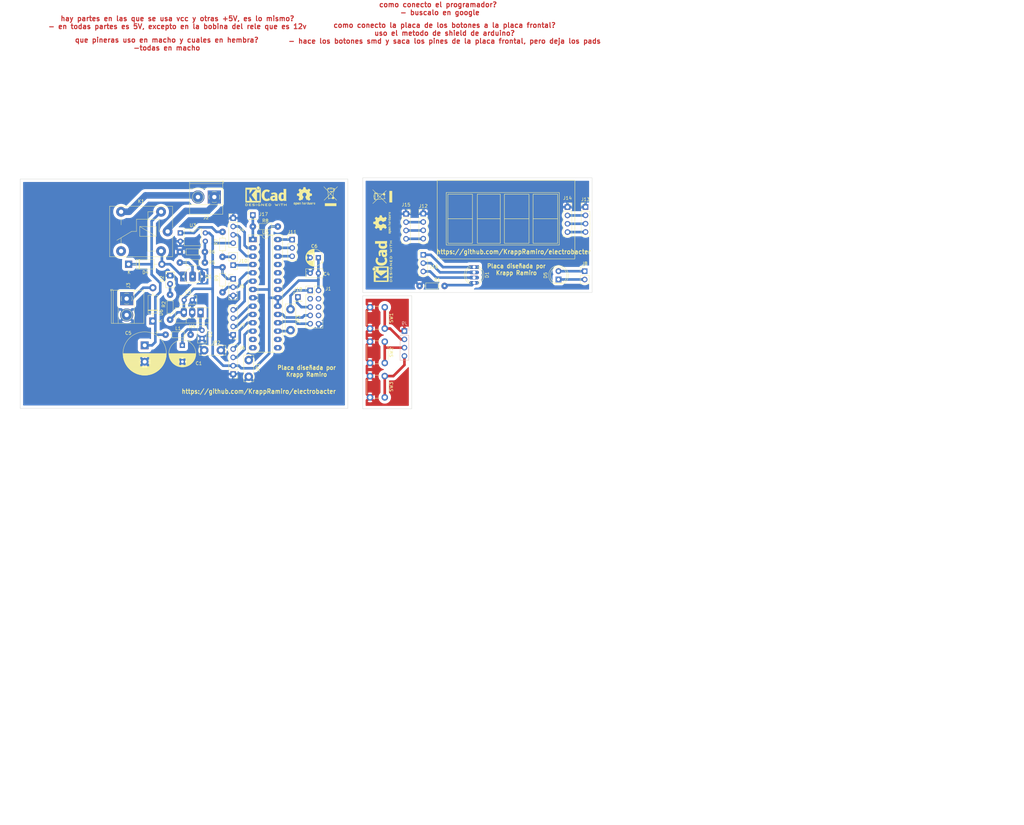
<source format=kicad_pcb>
(kicad_pcb (version 20211014) (generator pcbnew)
  (layers (0 "F.Cu" signal) (31 "B.Cu" signal) (34 "B.Paste" user) (35 "F.Paste" user) (36 "B.SilkS" user "B.Silkscreen") (37 "F.SilkS" user "F.Silkscreen") (38 "B.Mask" user) (39 "F.Mask" user) (44 "Edge.Cuts" user))
  (net 0 "")
  (net 1 "Net-(C1-Pad1)")
  (net 2 "GND")
  (net 3 "+5V")
  (net 4 "/VIN")
  (net 5 "Net-(D1-Pad4)")
  (net 6 "Net-(D4-Pad2)")
  (net 7 "Net-(D5-Pad1)")
  (net 8 "/RELAY")
  (net 9 "Net-(D6-Pad2)")
  (net 10 "/MOSI")
  (net 13 "Net-(J1-Pad5)")
  (net 15 "/SCK")
  (net 17 "/MISO")
  (net 18 "/TXD")
  (net 19 "/RXD")
  (net 20 "/TEMP")
  (net 21 "/CLK")
  (net 22 "/DIO")
  (net 24 "Net-(Q1-Pad2)")
  (net 25 "Net-(R5-Pad1)")
  (net 26 "Net-(R7-Pad2)")
  (net 27 "/BTN1")
  (net 28 "/BTN2")
  (net 29 "/BTN3")
  (net 37 "/LED3")
  (net 38 "/LED2")
  (net 39 "/LED1")
  (net 40 "Net-(D1-Pad1)")
  (net 41 "Net-(D1-Pad2)")
  (net 42 "Net-(D1-Pad3)")
  (net 43 "Net-(D2-Pad2)")
  (net 44 "Net-(D5-Pad2)")
  (net 45 "Net-(J9-Pad2)")
  (net 46 "Net-(J10-Pad2)")
  (net 47 "Net-(J12-Pad4)")
  (net 48 "Net-(J12-Pad3)")
  (net 49 "Net-(J12-Pad2)")
  (net 50 "Net-(J9-Pad4)")
  (net 51 "Net-(J9-Pad3)")
  (net 52 "Net-(J13-Pad4)")
  (net 53 "Net-(J13-Pad3)")
  (net 54 "Net-(J13-Pad2)")
  (net 55 "Net-(R8-Pad2)")
  (net 56 "Net-(K1-Pad11)")
  (net 57 "Net-(K1-Pad14)")
  (footprint "kicad_user_libraries:krapp-res-generic" (layer "F.Cu") (at 77.75 42.25)
    (fp_text reference "R6" (at 9.75 0) (layer "F.SilkS"))
    (fp_text value "4.7k")
    (pad "1" thru_hole circle (at 0 0) (size 2 2) (drill 0.7) (layers *.Cu *.Mask) (net 2 "GND"))
    (pad "2" thru_hole circle (at 7.62 0) (size 2 2) (drill 0.7) (layers *.Cu *.Mask) (net 25 "Net-(R5-Pad1)"))
  )
  (footprint "Connector_PinHeader_2.54mm:PinHeader_1x04_P2.54mm_Vertical" (layer "F.Cu") (at 94 31.95)
    (fp_text reference "J4" (at 2.5 3.55) (layer "F.SilkS"))
    (fp_text value "CONN_DEBUG")
    (pad "1" thru_hole rect (at 0 0) (size 1.7 1.7) (drill 1) (layers *.Cu *.Mask) (net 2 "GND"))
    (pad "2" thru_hole oval (at 0 2.54) (size 1.7 1.7) (drill 1) (layers *.Cu *.Mask) (net 18 "/TXD"))
    (pad "3" thru_hole oval (at 0 5.08) (size 1.7 1.7) (drill 1) (layers *.Cu *.Mask) (net 19 "/RXD"))
    (pad "4" thru_hole oval (at 0 7.62) (size 1.7 1.7) (drill 1) (layers *.Cu *.Mask) (net 3 "+5V"))
  )
  (footprint "Relay_THT:Relay_SPDT_Finder_36.11" (layer "F.Cu") (at 74 36 180)
    (fp_text reference "K1" (at 8.1 9.2) (layer "F.SilkS"))
    (fp_text value "FINDER-36.11")
    (pad "11" thru_hole circle (at 0 0 180) (size 3 3) (drill 1.3) (layers *.Cu *.Mask) (net 56 "Net-(K1-Pad11)"))
    (pad "12" thru_hole circle (at 14.2 -6 180) (size 3 3) (drill 1.3) (layers *.Cu *.Mask))
    (pad "14" thru_hole circle (at 14.2 6 180) (size 3 3) (drill 1.3) (layers *.Cu *.Mask) (net 57 "Net-(K1-Pad14)"))
    (pad "A1" thru_hole circle (at 2 6 180) (size 3 3) (drill 1.3) (layers *.Cu *.Mask) (net 4 "/VIN"))
    (pad "A2" thru_hole circle (at 2 -6 180) (size 3 3) (drill 1.3) (layers *.Cu *.Mask) (net 6 "Net-(D4-Pad2)"))
  )
  (footprint "Connector_PinHeader_2.54mm:PinHeader_1x04_P2.54mm_Vertical" (layer "F.Cu") (at 152 30.58)
    (fp_text reference "J12" (at 0 -2.33) (layer "F.SilkS"))
    (fp_text value "Conn_btn_desde-placa-base")
    (pad "1" thru_hole rect (at 0 0) (size 1.7 1.7) (drill 1) (layers *.Cu *.Mask) (net 2 "GND"))
    (pad "2" thru_hole oval (at 0 2.54) (size 1.7 1.7) (drill 1) (layers *.Cu *.Mask) (net 49 "Net-(J12-Pad2)"))
    (pad "3" thru_hole oval (at 0 5.08) (size 1.7 1.7) (drill 1) (layers *.Cu *.Mask) (net 48 "Net-(J12-Pad3)"))
    (pad "4" thru_hole oval (at 0 7.62) (size 1.7 1.7) (drill 1) (layers *.Cu *.Mask) (net 47 "Net-(J12-Pad4)"))
  )
  (footprint "Button_Switch_THT:SW_PUSH_6mm" (layer "F.Cu") (at 140.25 69.63 -90)
    (fp_text reference "SW2" (at 3.25 -2 90) (layer "F.SilkS"))
    (fp_text value "SW_Push")
    (pad "1" thru_hole circle (at 0 0) (size 2 2) (drill 1.1) (layers *.Cu *.Mask) (net 51 "Net-(J9-Pad3)"))
    (pad "1" thru_hole circle (at 6.5 0) (size 2 2) (drill 1.1) (layers *.Cu *.Mask) (net 51 "Net-(J9-Pad3)"))
    (pad "2" thru_hole circle (at 0 4.5) (size 2 2) (drill 1.1) (layers *.Cu *.Mask) (net 2 "GND"))
    (pad "2" thru_hole circle (at 6.5 4.5) (size 2 2) (drill 1.1) (layers *.Cu *.Mask) (net 2 "GND"))
  )
  (footprint "TestPoint:TestPoint_Bridge_Pitch5.08mm_Drill1.3mm" (layer "F.Cu") (at 98.75 80.33 90)
    (fp_text reference "JP1" (at 2.83 2.75 90) (layer "F.SilkS"))
    (fp_text value "Jumper_2_Bridged")
    (pad "1" thru_hole circle (at 5.08 0 90) (size 2.6 2.6) (drill 1.3) (layers *.Cu *.Mask) (net 2 "GND"))
    (pad "1" thru_hole circle (at 0 0 90) (size 2.6 2.6) (drill 1.3) (layers *.Cu *.Mask) (net 2 "GND"))
  )
  (footprint "LED_THT:LED_D2.0mm_W4.8mm_H2.5mm_FlatTop" (layer "F.Cu") (at 74.75 49.46 -90)
    (fp_text reference "D2" (at 1.04 2.5 90) (layer "F.SilkS"))
    (fp_text value "LED-ON")
    (pad "1" thru_hole rect (at 0 0 270) (size 1.8 1.8) (drill 0.9) (layers *.Cu *.Mask) (net 2 "GND"))
    (pad "2" thru_hole circle (at 2.54 0 270) (size 1.8 1.8) (drill 0.9) (layers *.Cu *.Mask) (net 43 "Net-(D2-Pad2)"))
  )
  (footprint "Symbol:KiCad-Logo2_5mm_SilkScreen" (layer "F.Cu") (at 104 25.25)
    (fp_text reference "REF**" hide)
    (fp_text value "KiCad-Logo2_5mm_SilkScreen" hide)
  )
  (footprint "Button_Switch_THT:SW_PUSH_6mm" (layer "F.Cu") (at 140.25 80.13 -90)
    (fp_text reference "SW3" (at 3.25 -2 90) (layer "F.SilkS"))
    (fp_text value "SW_Push")
    (pad "1" thru_hole circle (at 6.5 0) (size 2 2) (drill 1.1) (layers *.Cu *.Mask) (net 50 "Net-(J9-Pad4)"))
    (pad "1" thru_hole circle (at 0 0) (size 2 2) (drill 1.1) (layers *.Cu *.Mask) (net 50 "Net-(J9-Pad4)"))
    (pad "2" thru_hole circle (at 6.5 4.5) (size 2 2) (drill 1.1) (layers *.Cu *.Mask) (net 2 "GND"))
    (pad "2" thru_hole circle (at 0 4.5) (size 2 2) (drill 1.1) (layers *.Cu *.Mask) (net 2 "GND"))
  )
  (footprint "Capacitor_THT:C_Disc_D5.0mm_W2.5mm_P2.50mm" (layer "F.Cu") (at 79.04 56.92)
    (fp_text reference "C3" (at 1.25 -2.5) (layer "F.SilkS"))
    (fp_text value "100nF")
    (pad "1" thru_hole circle (at 0 0) (size 1.6 1.6) (drill 0.8) (layers *.Cu *.Mask) (net 3 "+5V"))
    (pad "2" thru_hole circle (at 2.5 0) (size 1.6 1.6) (drill 0.8) (layers *.Cu *.Mask) (net 2 "GND"))
  )
  (footprint "Diode_THT:D_DO-41_SOD81_P10.16mm_Horizontal" (layer "F.Cu") (at 62.09 46)
    (fp_text reference "D4" (at 5.16 2.5) (layer "F.SilkS"))
    (fp_text value "1N4007")
    (fp_text user "K" (at 0.16 2.5) (layer "F.SilkS"))
    (pad "1" thru_hole rect (at 0 0) (size 2.2 2.2) (drill 1.1) (layers *.Cu *.Mask) (net 4 "/VIN"))
    (pad "2" thru_hole oval (at 10.16 0) (size 2.2 2.2) (drill 1.1) (layers *.Cu *.Mask) (net 6 "Net-(D4-Pad2)"))
  )
  (footprint "Diode_THT:D_DO-41_SOD81_P10.16mm_Horizontal" (layer "F.Cu") (at 69.5 63.33 90)
    (fp_text reference "D6" (at 2.58 2.5 90) (layer "F.SilkS"))
    (fp_text value "1N4007")
    (fp_text user "K" (at 0.08 2.25 90) (layer "F.SilkS"))
    (pad "1" thru_hole rect (at 0 0 90) (size 2.2 2.2) (drill 1.1) (layers *.Cu *.Mask) (net 4 "/VIN"))
    (pad "2" thru_hole oval (at 10.16 0 90) (size 2.2 2.2) (drill 1.1) (layers *.Cu *.Mask) (net 9 "Net-(D6-Pad2)"))
  )
  (footprint "Connector_PinHeader_2.54mm:PinHeader_1x02_P2.54mm_Vertical" (layer "F.Cu") (at 201.25 48.13)
    (fp_text reference "J8" (at 0 -2.33) (layer "F.SilkS"))
    (fp_text value "Conn_led-relay_desde-placa-base")
    (pad "1" thru_hole rect (at 0 0) (size 1.7 1.7) (drill 1) (layers *.Cu *.Mask) (net 44 "Net-(D5-Pad2)"))
    (pad "2" thru_hole oval (at 0 2.54) (size 1.7 1.7) (drill 1) (layers *.Cu *.Mask) (net 7 "Net-(D5-Pad1)"))
  )
  (footprint "kicad_user_libraries:krapp-res-generic" (layer "F.Cu") (at 74.75 62.92 90)
    (fp_text reference "R2" (at 4.67 -1.92 90) (layer "F.SilkS"))
    (fp_text value "680")
    (pad "1" thru_hole circle (at 0 0 90) (size 2 2) (drill 0.7) (layers *.Cu *.Mask) (net 3 "+5V"))
    (pad "2" thru_hole circle (at 7.62 0 90) (size 2 2) (drill 0.7) (layers *.Cu *.Mask) (net 43 "Net-(D2-Pad2)"))
  )
  (footprint "Symbol:OSHW-Logo2_7.3x6mm_SilkScreen" (layer "F.Cu") (at 139.5 33.38 90)
    (fp_text reference "REF**" hide)
    (fp_text value "OSHW-Logo2_7.3x6mm_SilkScreen" hide)
  )
  (footprint "kicad_user_libraries:krapp-res-generic" (layer "F.Cu") (at 90.75 43.75 90)
    (fp_text reference "R7" (at 4.5 -1.92 90) (layer "F.SilkS"))
    (fp_text value "150")
    (pad "1" thru_hole circle (at 0 0 90) (size 2 2) (drill 0.7) (layers *.Cu *.Mask) (net 46 "Net-(J10-Pad2)"))
    (pad "2" thru_hole circle (at 7.62 0 90) (size 2 2) (drill 0.7) (layers *.Cu *.Mask) (net 26 "Net-(R7-Pad2)"))
  )
  (footprint "TestPoint:TestPoint_Bridge_Pitch5.08mm_Drill1.3mm" (layer "F.Cu") (at 90.25 72.25 180)
    (fp_text reference "JP2" (at 1.5 2.3) (layer "F.SilkS"))
    (fp_text value "Jumper_2_Bridged")
    (pad "1" thru_hole circle (at 5.08 0 180) (size 2.6 2.6) (drill 1.3) (layers *.Cu *.Mask) (net 2 "GND"))
    (pad "1" thru_hole circle (at 0 0 180) (size 2.6 2.6) (drill 1.3) (layers *.Cu *.Mask) (net 2 "GND"))
  )
  (footprint "LED_THT:LED_D5.0mm" (layer "F.Cu") (at 193.25 50.655 90)
    (fp_text reference "D5" (at 1.27 -3.96 90) (layer "F.SilkS"))
    (fp_text value "LED-RED")
    (pad "1" thru_hole rect (at 0 0 90) (size 1.8 1.8) (drill 0.9) (layers *.Cu *.Mask) (net 7 "Net-(D5-Pad1)"))
    (pad "2" thru_hole circle (at 2.54 0 90) (size 1.8 1.8) (drill 0.9) (layers *.Cu *.Mask) (net 44 "Net-(D5-Pad2)"))
  )
  (footprint "Capacitor_THT:CP_Radial_D8.0mm_P5.00mm" (layer "F.Cu") (at 78.5 70.75 -90)
    (fp_text reference "C1" (at 5.5 -5 180) (layer "F.SilkS"))
    (fp_text value "100uF")
    (pad "1" thru_hole rect (at 0 0 270) (size 1.6 1.6) (drill 0.8) (layers *.Cu *.Mask) (net 1 "Net-(C1-Pad1)"))
    (pad "2" thru_hole circle (at 5 0 270) (size 1.6 1.6) (drill 0.8) (layers *.Cu *.Mask) (net 2 "GND"))
  )
  (footprint "Package_DIP:DIP-4_W7.62mm" (layer "F.Cu") (at 77.88 36.46)
    (fp_text reference "U3" (at 3.81 -2.33) (layer "F.SilkS"))
    (fp_text value "PC817")
    (pad "1" thru_hole rect (at 0 0) (size 1.6 1.6) (drill 0.8) (layers *.Cu *.Mask) (net 26 "Net-(R7-Pad2)"))
    (pad "2" thru_hole oval (at 0 2.54) (size 1.6 1.6) (drill 0.8) (layers *.Cu *.Mask) (net 2 "GND"))
    (pad "3" thru_hole oval (at 7.62 2.54) (size 1.6 1.6) (drill 0.8) (layers *.Cu *.Mask) (net 25 "Net-(R5-Pad1)"))
    (pad "4" thru_hole oval (at 7.62 0) (size 1.6 1.6) (drill 0.8) (layers *.Cu *.Mask) (net 3 "+5V"))
  )
  (footprint "Capacitor_THT:C_Disc_D5.0mm_W2.5mm_P2.50mm" (layer "F.Cu") (at 84.5 66.17 -90)
    (fp_text reference "C2" (at 1.25 -2.5 90) (layer "F.SilkS"))
    (fp_text value "100nF")
    (pad "1" thru_hole circle (at 0 0 270) (size 1.6 1.6) (drill 0.8) (layers *.Cu *.Mask) (net 1 "Net-(C1-Pad1)"))
    (pad "2" thru_hole circle (at 2.5 0 270) (size 1.6 1.6) (drill 0.8) (layers *.Cu *.Mask) (net 2 "GND"))
  )
  (footprint "Package_DIP:DIP-28_W7.62mm_Socket_LongPads" (layer "F.Cu") (at 100 38.47)
    (fp_text reference "U5" (at 3.81 -2.22) (layer "F.SilkS"))
    (fp_text value "ATmega328P-P")
    (pad "1" thru_hole rect (at 0 0) (size 2.4 1.6) (drill 0.8) (layers *.Cu *.Mask) (net 55 "Net-(R8-Pad2)"))
    (pad "2" thru_hole oval (at 0 2.54) (size 2.4 1.6) (drill 0.8) (layers *.Cu *.Mask) (net 18 "/TXD"))
    (pad "3" thru_hole oval (at 0 5.08) (size 2.4 1.6) (drill 0.8) (layers *.Cu *.Mask) (net 19 "/RXD"))
    (pad "4" thru_hole oval (at 0 7.62) (size 2.4 1.6) (drill 0.8) (layers *.Cu *.Mask) (net 8 "/RELAY"))
    (pad "5" thru_hole oval (at 0 10.16) (size 2.4 1.6) (drill 0.8) (layers *.Cu *.Mask) (net 20 "/TEMP"))
    (pad "6" thru_hole oval (at 0 12.7) (size 2.4 1.6) (drill 0.8) (layers *.Cu *.Mask) (net 27 "/BTN1"))
    (pad "7" thru_hole oval (at 0 15.24) (size 2.4 1.6) (drill 0.8) (layers *.Cu *.Mask) (net 3 "+5V"))
    (pad "8" thru_hole oval (at 0 17.78) (size 2.4 1.6) (drill 0.8) (layers *.Cu *.Mask) (net 2 "GND"))
    (pad "9" thru_hole oval (at 0 20.32) (size 2.4 1.6) (drill 0.8) (layers *.Cu *.Mask) (net 28 "/BTN2"))
    (pad "10" thru_hole oval (at 0 22.86) (size 2.4 1.6) (drill 0.8) (layers *.Cu *.Mask) (net 29 "/BTN3"))
    (pad "11" thru_hole oval (at 0 25.4) (size 2.4 1.6) (drill 0.8) (layers *.Cu *.Mask) (net 21 "/CLK"))
    (pad "12" thru_hole oval (at 0 27.94) (size 2.4 1.6) (drill 0.8) (layers *.Cu *.Mask) (net 22 "/DIO"))
    (pad "13" thru_hole oval (at 0 30.48) (size 2.4 1.6) (drill 0.8) (layers *.Cu *.Mask))
    (pad "14" thru_hole oval (at 0 33.02) (size 2.4 1.6) (drill 0.8) (layers *.Cu *.Mask))
    (pad "15" thru_hole oval (at 7.62 33.02) (size 2.4 1.6) (drill 0.8) (layers *.Cu *.Mask))
    (pad "16" thru_hole oval (at 7.62 30.48) (size 2.4 1.6) (drill 0.8) (layers *.Cu *.Mask))
    (pad "17" thru_hole oval (at 7.62 27.94) (size 2.4 1.6) (drill 0.8) (layers *.Cu *.Mask) (net 10 "/MOSI"))
    (pad "18" thru_hole oval (at 7.62 25.4) (size 2.4 1.6) (drill 0.8) (layers *.Cu *.Mask) (net 17 "/MISO"))
    (pad "19" thru_hole oval (at 7.62 22.86) (size 2.4 1.6) (drill 0.8) (layers *.Cu *.Mask) (net 15 "/SCK"))
    (pad "20" thru_hole oval (at 7.62 20.32) (size 2.4 1.6) (drill 0.8) (layers *.Cu *.Mask) (net 3 "+5V"))
    (pad "21" thru_hole oval (at 7.62 17.78) (size 2.4 1.6) (drill 0.8) (layers *.Cu *.Mask) (net 3 "+5V"))
    (pad "22" thru_hole oval (at 7.62 15.24) (size 2.4 1.6) (drill 0.8) (layers *.Cu *.Mask) (net 2 "GND"))
    (pad "23" thru_hole oval (at 7.62 12.7) (size 2.4 1.6) (drill 0.8) (layers *.Cu *.Mask))
    (pad "24" thru_hole oval (at 7.62 10.16) (size 2.4 1.6) (drill 0.8) (layers *.Cu *.Mask))
    (pad "25" thru_hole oval (at 7.62 7.62) (size 2.4 1.6) (drill 0.8) (layers *.Cu *.Mask))
    (pad "26" thru_hole oval (at 7.62 5.08) (size 2.4 1.6) (drill 0.8) (layers *.Cu *.Mask) (net 37 "/LED3"))
    (pad "27" thru_hole oval (at 7.62 2.54) (size 2.4 1.6) (drill 0.8) (layers *.Cu *.Mask) (net 38 "/LED2"))
    (pad "28" thru_hole oval (at 7.62 0) (size 2.4 1.6) (drill 0.8) (layers *.Cu *.Mask) (net 39 "/LED1"))
  )
  (footprint "Connector_PinHeader_2.54mm:PinHeader_1x04_P2.54mm_Vertical" (layer "F.Cu") (at 201.5 28.55)
    (fp_text reference "J13" (at 0 -2.33) (layer "F.SilkS"))
    (fp_text value "Conn_tm1637_desde-pcb-frente")
    (pad "1" thru_hole rect (at 0 0) (size 1.7 1.7) (drill 1) (layers *.Cu *.Mask) (net 2 "GND"))
    (pad "2" thru_hole oval (at 0 2.54) (size 1.7 1.7) (drill 1) (layers *.Cu *.Mask) (net 54 "Net-(J13-Pad2)"))
    (pad "3" thru_hole oval (at 0 5.08) (size 1.7 1.7) (drill 1) (layers *.Cu *.Mask) (net 53 "Net-(J13-Pad3)"))
    (pad "4" thru_hole oval (at 0 7.62) (size 1.7 1.7) (drill 1) (layers *.Cu *.Mask) (net 52 "Net-(J13-Pad4)"))
  )
  (footprint "Symbol:KiCad-Logo2_5mm_SilkScreen" (layer "F.Cu") (at 139.5 45.13 90)
    (fp_text reference "REF**" hide)
    (fp_text value "KiCad-Logo2_5mm_SilkScreen" hide)
  )
  (footprint "Connector_PinHeader_2.54mm:PinHeader_1x03_P2.54mm_Vertical" (layer "F.Cu") (at 152 43.13)
    (fp_text reference "J16" (at 3.25 3.62) (layer "F.SilkS"))
    (fp_text value "conn_led-rgb_desde-placa-base")
    (pad "1" thru_hole rect (at 0 0) (size 1.7 1.7) (drill 1) (layers *.Cu *.Mask) (net 40 "Net-(D1-Pad1)"))
    (pad "2" thru_hole oval (at 0 2.54) (size 1.7 1.7) (drill 1) (layers *.Cu *.Mask) (net 41 "Net-(D1-Pad2)"))
    (pad "3" thru_hole oval (at 0 5.08) (size 1.7 1.7) (drill 1) (layers *.Cu *.Mask) (net 42 "Net-(D1-Pad3)"))
  )
  (footprint "kicad_user_libraries:krapp-res-generic" (layer "F.Cu") (at 107.62 34.5 180)
    (fp_text reference "R8" (at 3.81 1.75) (layer "F.SilkS"))
    (fp_text value "10k")
    (pad "1" thru_hole circle (at 0 0 180) (size 2 2) (drill 0.7) (layers *.Cu *.Mask) (net 3 "+5V"))
    (pad "2" thru_hole circle (at 7.62 0 180) (size 2 2) (drill 0.7) (layers *.Cu *.Mask) (net 55 "Net-(R8-Pad2)"))
  )
  (footprint "Connector_PinHeader_2.54mm:PinHeader_1x03_P2.54mm_Vertical" (layer "F.Cu") (at 112 38.5)
    (fp_text reference "J11" (at 0 -2.33) (layer "F.SilkS"))
    (fp_text value "conn_led-rgb_hacia-placa-frente")
    (pad "1" thru_hole rect (at 0 0) (size 1.7 1.7) (drill 1) (layers *.Cu *.Mask) (net 39 "/LED1"))
    (pad "2" thru_hole oval (at 0 2.54) (size 1.7 1.7) (drill 1) (layers *.Cu *.Mask) (net 38 "/LED2"))
    (pad "3" thru_hole oval (at 0 5.08) (size 1.7 1.7) (drill 1) (layers *.Cu *.Mask) (net 37 "/LED3"))
  )
  (footprint "Button_Switch_THT:SW_PUSH_6mm" (layer "F.Cu") (at 140.25 59.13 -90)
    (fp_text reference "SW1" (at 3.25 -2 90) (layer "F.SilkS"))
    (fp_text value "SW_Push")
    (pad "1" thru_hole circle (at 6.5 0) (size 2 2) (drill 1.1) (layers *.Cu *.Mask) (net 45 "Net-(J9-Pad2)"))
    (pad "1" thru_hole circle (at 0 0) (size 2 2) (drill 1.1) (layers *.Cu *.Mask) (net 45 "Net-(J9-Pad2)"))
    (pad "2" thru_hole circle (at 6.5 4.5) (size 2 2) (drill 1.1) (layers *.Cu *.Mask) (net 2 "GND"))
    (pad "2" thru_hole circle (at 0 4.5) (size 2 2) (drill 1.1) (layers *.Cu *.Mask) (net 2 "GND"))
  )
  (footprint "Connector_PinHeader_2.54mm:PinHeader_1x01_P2.54mm_Vertical" (layer "F.Cu") (at 100 31)
    (fp_text reference "J17" (at 3.25 -0.25) (layer "F.SilkS"))
    (fp_text value "conn_reset")
    (pad "1" thru_hole rect (at 0 0) (size 1.7 1.7) (drill 1) (layers *.Cu *.Mask) (net 55 "Net-(R8-Pad2)"))
  )
  (footprint "Symbol:WEEE-Logo_4.2x6mm_SilkScreen" (layer "F.Cu") (at 123.75 25.25)
    (fp_text reference "REF**" hide)
    (fp_text value "WEEE-Logo_4.2x6mm_SilkScreen" hide)
  )
  (footprint "Connector_PinHeader_2.54mm:PinHeader_1x04_P2.54mm_Vertical" (layer "F.Cu") (at 94 79.51 180)
    (fp_text reference "J6" (at -2.75 8.01) (layer "F.SilkS"))
    (fp_text value "CONN_TM1637_hacia-pcb-frente")
    (pad "1" thru_hole rect (at 0 0 180) (size 1.7 1.7) (drill 1) (layers *.Cu *.Mask) (net 2 "GND"))
    (pad "2" thru_hole oval (at 0 2.54 180) (size 1.7 1.7) (drill 1) (layers *.Cu *.Mask) (net 3 "+5V"))
    (pad "3" thru_hole oval (at 0 5.08 180) (size 1.7 1.7) (drill 1) (layers *.Cu *.Mask) (net 22 "/DIO"))
    (pad "4" thru_hole oval (at 0 7.62 180) (size 1.7 1.7) (drill 1) (layers *.Cu *.Mask) (net 21 "/CLK"))
  )
  (footprint "kicad_user_libraries:tblock_2x1" (layer "F.Cu") (at 61.5 56.5 -90)
    (fp_text reference "J3" (at -4 -0.5 90) (layer "F.SilkS"))
    (fp_text value "POWER")
    (pad "1" thru_hole rect (at 0 0 270) (size 4 4) (drill 1.3) (layers *.Cu *.Mask) (net 9 "Net-(D6-Pad2)"))
    (pad "2" thru_hole circle (at 5 0 270) (size 4 4) (drill 1.3) (layers *.Cu *.Mask) (net 2 "GND"))
  )
  (footprint "Symbol:WEEE-Logo_4.2x6mm_SilkScreen" (layer "F.Cu") (at 139.5 25.38 90)
    (fp_text reference "REF**" hide)
    (fp_text value "WEEE-Logo_4.2x6mm_SilkScreen" hide)
  )
  (footprint "LED_THT:LED_D5.0mm-4_RGB" (layer "F.Cu") (at 167.5 47.38 -90)
    (fp_text reference "D1" (at 1.905 -3.96 90) (layer "F.SilkS"))
    (fp_text value "LED_RGBK")
    (pad "1" thru_hole rect (at -0.495 0 270) (size 1.1 3) (drill 0.9) (layers *.Cu *.Mask) (net 40 "Net-(D1-Pad1)"))
    (pad "2" thru_hole oval (at 1.105 0 270) (size 1.1 3) (drill 0.9) (layers *.Cu *.Mask) (net 41 "Net-(D1-Pad2)"))
    (pad "3" thru_hole oval (at 2.705 0 270) (size 1.1 3) (drill 0.9) (layers *.Cu *.Mask) (net 42 "Net-(D1-Pad3)"))
    (pad "4" thru_hole oval (at 4.305 0 270) (size 1.1 3) (drill 0.9) (layers *.Cu *.Mask) (net 5 "Net-(D1-Pad4)"))
  )
  (footprint "Connector_PinHeader_2.54mm:PinHeader_2x05_P2.54mm_Vertical" (layer "F.Cu") (at 117.5 54)
    (fp_text reference "J1" (at 5.5 -0.5) (layer "F.SilkS"))
    (fp_text value "CONN_PROGRAMADOR")
    (pad "1" thru_hole rect (at 0 0) (size 1.7 1.7) (drill 1) (layers *.Cu *.Mask) (net 10 "/MOSI"))
    (pad "2" thru_hole oval (at 2.54 0) (size 1.7 1.7) (drill 1) (layers *.Cu *.Mask) (net 3 "+5V"))
    (pad "3" thru_hole oval (at 0 2.54) (size 1.7 1.7) (drill 1) (layers *.Cu *.Mask))
    (pad "4" thru_hole oval (at 2.54 2.54) (size 1.7 1.7) (drill 1) (layers *.Cu *.Mask))
    (pad "5" thru_hole oval (at 0 5.08) (size 1.7 1.7) (drill 1) (layers *.Cu *.Mask) (net 13 "Net-(J1-Pad5)"))
    (pad "6" thru_hole oval (at 2.54 5.08) (size 1.7 1.7) (drill 1) (layers *.Cu *.Mask))
    (pad "7" thru_hole oval (at 0 7.62) (size 1.7 1.7) (drill 1) (layers *.Cu *.Mask) (net 15 "/SCK"))
    (pad "8" thru_hole oval (at 2.54 7.62) (size 1.7 1.7) (drill 1) (layers *.Cu *.Mask))
    (pad "9" thru_hole oval (at 0 10.16) (size 1.7 1.7) (drill 1) (layers *.Cu *.Mask) (net 17 "/MISO"))
    (pad "10" thru_hole oval (at 2.54 10.16) (size 1.7 1.7) (drill 1) (layers *.Cu *.Mask) (net 2 "GND"))
  )
  (footprint "Capacitor_THT:CP_Radial_D5.0mm_P2.50mm" (layer "F.Cu") (at 120 44 180)
    (fp_text reference "C4" (at -2.5 -5) (layer "F.SilkS"))
    (fp_text value "10uF")
    (pad "1" thru_hole rect (at 0 0 180) (size 1.6 1.6) (drill 0.8) (layers *.Cu *.Mask) (net 3 "+5V"))
    (pad "2" thru_hole circle (at 2.5 0 180) (size 1.6 1.6) (drill 0.8) (layers *.Cu *.Mask) (net 2 "GND"))
  )
  (footprint "kicad_user_libraries:krapp-TO-92_HandSolder" (layer "F.Cu") (at 80.35 49.75)
    (fp_text reference "Q1" (at 6.15 0) (layer "F.SilkS"))
    (fp_text value "BC337")
    (pad "1" thru_hole rect (at -1.524 0) (size 2 3) (drill 0.75) (layers *.Cu *.Mask) (net 6 "Net-(D4-Pad2)"))
    (pad "2" thru_hole roundrect (at 1.27 0) (size 2 3) (drill 0.75) (layers *.Cu *.Mask) (net 24 "Net-(Q1-Pad2)"))
    (pad "3" thru_hole roundrect (at 4.064 0) (size 2 3) (drill 0.75) (layers *.Cu *.Mask) (net 2 "GND"))
  )
  (footprint "Connector_PinSocket_2.54mm:PinSocket_1x04_P2.54mm_Vertical" (layer "F.Cu") (at 146.75 30.63)
    (fp_text reference "J15" (at 0 -2.77) (layer "F.SilkS"))
    (fp_text value "Conn_btn_hacia-placa-botones")
    (pad "1" thru_hole rect (at 0 0) (size 1.7 1.7) (drill 1) (layers *.Cu *.Mask) (net 2 "GND"))
    (pad "2" thru_hole oval (at 0 2.54) (size 1.7 1.7) (drill 1) (layers *.Cu *.Mask) (net 49 "Net-(J12-Pad2)"))
    (pad "3" thru_hole oval (at 0 5.08) (size 1.7 1.7) (drill 1) (layers *.Cu *.Mask) (net 48 "Net-(J12-Pad3)"))
    (pad "4" thru_hole oval (at 0 7.62) (size 1.7 1.7) (drill 1) (layers *.Cu *.Mask) (net 47 "Net-(J12-Pad4)"))
  )
  (footprint "kicad_user_libraries:krapp-res-generic" (layer "F.Cu") (at 85.37 45.5 180)
    (fp_text reference "R5" (at -2.13 0) (layer "F.SilkS"))
    (fp_text value "2.2k")
    (pad "1" thru_hole circle (at 0 0 180) (size 2 2) (drill 0.7) (layers *.Cu *.Mask) (net 25 "Net-(R5-Pad1)"))
    (pad "2" thru_hole circle (at 7.62 0 180) (size 2 2) (drill 0.7) (layers *.Cu *.Mask) (net 24 "Net-(Q1-Pad2)"))
  )
  (footprint "kicad_user_libraries:krapp-res-generic" (layer "F.Cu") (at 73.38 67.5)
    (fp_text reference "L1" (at 3.81 -1.92) (layer "F.SilkS"))
    (fp_text value "INDUCTOR")
    (pad "1" thru_hole circle (at 0 0) (size 2 2) (drill 0.7) (layers *.Cu *.Mask) (net 4 "/VIN"))
    (pad "2" thru_hole circle (at 7.62 0) (size 2 2) (drill 0.7) (layers *.Cu *.Mask) (net 1 "Net-(C1-Pad1)"))
  )
  (footprint "Connector_PinHeader_2.54mm:PinHeader_1x04_P2.54mm_Vertical" (layer "F.Cu") (at 94 67.54 180)
    (fp_text reference "J7" (at -2.75 2.79) (layer "F.SilkS"))
    (fp_text value "Conn_btn_hacia-placa-frente")
    (pad "1" thru_hole rect (at 0 0 180) (size 1.7 1.7) (drill 1) (layers *.Cu *.Mask) (net 2 "GND"))
    (pad "2" thru_hole oval (at 0 2.54 180) (size 1.7 1.7) (drill 1) (layers *.Cu *.Mask) (net 29 "/BTN3"))
    (pad "3" thru_hole oval (at 0 5.08 180) (size 1.7 1.7) (drill 1) (layers *.Cu *.Mask) (net 28 "/BTN2"))
    (pad "4" thru_hole oval (at 0 7.62 180) (size 1.7 1.7) (drill 1) (layers *.Cu *.Mask) (net 27 "/BTN1"))
  )
  (footprint "kicad_user_libraries:krapp-res-generic" (layer "F.Cu") (at 158.5 52.63 180)
    (fp_text reference "R1" (at 2.25 1.88) (layer "F.SilkS"))
    (fp_text value "470")
    (pad "1" thru_hole circle (at 0 0 180) (size 2 2) (drill 0.7) (layers *.Cu *.Mask) (net 5 "Net-(D1-Pad4)"))
    (pad "2" thru_hole circle (at 7.62 0 180) (size 2 2) (drill 0.7) (layers *.Cu *.Mask) (net 2 "GND"))
  )
  (footprint "Connector_PinHeader_2.54mm:PinHeader_1x01_P2.54mm_Vertical" (layer "F.Cu") (at 113.75 56)
    (fp_text reference "J18" (at 0 -2.33) (layer "F.SilkS"))
    (fp_text value "conn_reset")
    (pad "1" thru_hole rect (at 0 0) (size 1.7 1.7) (drill 1) (layers *.Cu *.Mask) (net 13 "Net-(J1-Pad5)"))
  )
  (footprint "kicad_user_libraries:krapp-res-generic" (layer "F.Cu") (at 90.75 46.94 -90)
    (fp_text reference "R9" (at 3.31 1.75 90) (layer "F.SilkS"))
    (fp_text value "4.7K")
    (pad "1" thru_hole circle (at 0 0 270) (size 2 2) (drill 0.7) (layers *.Cu *.Mask) (net 3 "+5V"))
    (pad "2" thru_hole circle (at 7.62 0 270) (size 2 2) (drill 0.7) (layers *.Cu *.Mask) (net 20 "/TEMP"))
  )
  (footprint "Connector_PinHeader_2.54mm:PinHeader_1x02_P2.54mm_Vertical" (layer "F.Cu") (at 94 46.29 180)
    (fp_text reference "J10" (at -3 1.29) (layer "F.SilkS"))
    (fp_text value "Conn_led-relay_hacia-placa-frente")
    (pad "1" thru_hole rect (at 0 0 180) (size 1.7 1.7) (drill 1) (layers *.Cu *.Mask) (net 8 "/RELAY"))
    (pad "2" thru_hole oval (at 0 2.54 180) (size 1.7 1.7) (drill 1) (layers *.Cu *.Mask) (net 46 "Net-(J10-Pad2)"))
  )
  (footprint "Capacitor_THT:CP_Radial_D13.0mm_P5.00mm" (layer "F.Cu") (at 67 70.75 -90)
    (fp_text reference "C5" (at -3.75 5 180) (layer "F.SilkS"))
    (fp_text value "1000uF")
    (pad "1" thru_hole rect (at 0 0 270) (size 2.4 2.4) (drill 1.2) (layers *.Cu *.Mask) (net 4 "/VIN"))
    (pad "2" thru_hole circle (at 5 0 270) (size 2.4 2.4) (drill 1.2) (layers *.Cu *.Mask) (net 2 "GND"))
  )
  (footprint "Connector_PinHeader_2.54mm:PinHeader_1x03_P2.54mm_Vertical" (layer "F.Cu") (at 94 50.46)
    (fp_text reference "J5" (at 2.5 2.29) (layer "F.SilkS"))
    (fp_text value "CONN_DS18B20")
    (pad "1" thru_hole rect (at 0 0) (size 1.7 1.7) (drill 1) (layers *.Cu *.Mask) (net 3 "+5V"))
    (pad "2" thru_hole oval (at 0 2.54) (size 1.7 1.7) (drill 1) (layers *.Cu *.Mask) (net 20 "/TEMP"))
    (pad "3" thru_hole oval (at 0 5.08) (size 1.7 1.7) (drill 1) (layers *.Cu *.Mask) (net 2 "GND"))
  )
  (footprint "Symbol:OSHW-Logo2_7.3x6mm_SilkScreen" (layer "F.Cu") (at 115.75 25.25)
    (fp_text reference "REF**" hide)
    (fp_text value "OSHW-Logo2_7.3x6mm_SilkScreen" hide)
  )
  (footprint "Connector_PinSocket_2.54mm:PinSocket_1x04_P2.54mm_Vertical" (layer "F.Cu") (at 196 28.58)
    (fp_text reference "J14" (at 0 -2.77) (layer "F.SilkS"))
    (fp_text value "Conn_tm1637")
    (pad "1" thru_hole rect (at 0 0) (size 1.7 1.7) (drill 1) (layers *.Cu *.Mask) (net 2 "GND"))
    (pad "2" thru_hole oval (at 0 2.54) (size 1.7 1.7) (drill 1) (layers *.Cu *.Mask) (net 54 "Net-(J13-Pad2)"))
    (pad "3" thru_hole oval (at 0 5.08) (size 1.7 1.7) (drill 1) (layers *.Cu *.Mask) (net 53 "Net-(J13-Pad3)"))
    (pad "4" thru_hole oval (at 0 7.62) (size 1.7 1.7) (drill 1) (layers *.Cu *.Mask) (net 52 "Net-(J13-Pad4)"))
  )
  (footprint "Capacitor_THT:C_Disc_D5.0mm_W2.5mm_P2.50mm" (layer "F.Cu") (at 117.5 48.75)
    (fp_text reference "C6" (at 1.25 -8.25) (layer "F.SilkS"))
    (fp_text value "100nF")
    (pad "1" thru_hole circle (at 0 0) (size 1.6 1.6) (drill 0.8) (layers *.Cu *.Mask) (net 2 "GND"))
    (pad "2" thru_hole circle (at 2.5 0) (size 1.6 1.6) (drill 0.8) (layers *.Cu *.Mask) (net 3 "+5V"))
  )
  (footprint "kicad_user_libraries:TO-220-3_Vertical-pads-grandes" (layer "F.Cu") (at 84.04 60.67 180)
    (fp_text reference "U4" (at 2.54 -4.27) (layer "F.SilkS"))
    (fp_text value "L7805")
    (pad "1" thru_hole rect (at 0 0 180) (size 1.905 3) (drill 1.1) (layers *.Cu *.Mask) (net 1 "Net-(C1-Pad1)"))
    (pad "2" thru_hole oval (at 2.54 0 180) (size 1.905 3) (drill 1.1) (layers *.Cu *.Mask) (net 2 "GND"))
    (pad "3" thru_hole oval (at 5.08 0 180) (size 1.905 3) (drill 1.1) (layers *.Cu *.Mask) (net 3 "+5V"))
  )
  (footprint "kicad_user_libraries:tblock_2x1" (layer "F.Cu") (at 88.25 25.5 180)
    (fp_text reference "J2" (at 2.5 -6.26) (layer "F.SilkS"))
    (fp_text value "CARGA")
    (pad "1" thru_hole rect (at 0 0 180) (size 4 4) (drill 1.3) (layers *.Cu *.Mask) (net 56 "Net-(K1-Pad11)"))
    (pad "2" thru_hole circle (at 5 0 180) (size 4 4) (drill 1.3) (layers *.Cu *.Mask) (net 57 "Net-(K1-Pad14)"))
  )
  (footprint "TestPoint:TestPoint_Bridge_Pitch6.35mm_Drill1.3mm" (layer "F.Cu") (at 111.5 66.13 90)
    (fp_text reference "JP3" (at 3.3 2.4 90) (layer "F.SilkS"))
    (fp_text value "Jumper_2_Bridged")
    (pad "1" thru_hole circle (at 0 0 90) (size 2.6 2.6) (drill 1.3) (layers *.Cu *.Mask) (net 10 "/MOSI"))
    (pad "1" thru_hole circle (at 6.38 0 90) (size 2.6 2.6) (drill 1.3) (layers *.Cu *.Mask) (net 10 "/MOSI"))
  )
  (footprint "Connector_PinHeader_2.54mm:PinHeader_1x04_P2.54mm_Vertical" (layer "B.Cu") (at 146.25 66.38 180)
    (fp_text reference "J9" (at 0 2.33) (layer "B.SilkS") (effects (justify mirror)))
    (fp_text value "Conn_btn_desde-placa-frente")
    (pad "1" thru_hole rect (at 0 0 180) (size 1.7 1.7) (drill 1) (layers *.Cu *.Mask) (net 2 "GND"))
    (pad "2" thru_hole oval (at 0 -2.54 180) (size 1.7 1.7) (drill 1) (layers *.Cu *.Mask) (net 45 "Net-(J9-Pad2)"))
    (pad "3" thru_hole oval (at 0 -5.08 180) (size 1.7 1.7) (drill 1) (layers *.Cu *.Mask) (net 51 "Net-(J9-Pad3)"))
    (pad "4" thru_hole oval (at 0 -7.62 180) (size 1.7 1.7) (drill 1) (layers *.Cu *.Mask) (net 50 "Net-(J9-Pad4)"))
  )
  (gr_rect (start 159 24.13) (end 193.5 40.13) (layer "F.SilkS") (width 0.15) (fill none))
  (gr_line (start 176.75 32.13) (end 184.25 32.13) (layer "F.SilkS") (width 0.15))
  (gr_rect (start 159.5 24.63) (end 167 39.63) (layer "F.SilkS") (width 0.15) (fill none))
  (gr_line (start 185.5 32.13) (end 193 32.13) (layer "F.SilkS") (width 0.15))
  (gr_rect (start 168.5 24.63) (end 175.5 39.63) (layer "F.SilkS") (width 0.15) (fill none))
  (gr_rect (start 185.5 24.63) (end 193 39.63) (layer "F.SilkS") (width 0.15) (fill none))
  (gr_line (start 167 32.13) (end 159.5 32.13) (layer "F.SilkS") (width 0.15))
  (gr_rect (start 176.75 24.63) (end 184.25 39.63) (layer "F.SilkS") (width 0.15) (fill none))
  (gr_rect (start 156.25 20.38) (end 198.25 44.38) (layer "F.SilkS") (width 0.15) (fill none))
  (gr_line (start 168.5 32.13) (end 175.5 32.13) (layer "F.SilkS") (width 0.15))
  (gr_rect (start 29 20) (end 129 90) (layer "Edge.Cuts") (width 0.1) (fill none))
  (gr_rect (start 133.5 90.13) (end 148.5 55.63) (layer "Edge.Cuts") (width 0.1) (fill none))
  (gr_rect (start 133.5 19.63) (end 203.5 54.63) (layer "Edge.Cuts") (width 0.1) (fill none))
  (gr_text "que pineras uso en macho y cuales en hembra?\n-todas en macho\n\n" (at 73.75 -20) (layer "F.Cu") (effects (font (size 1.5 1.5) (thickness 0.3))))
  (gr_text "como conecto la placa de los botones a la placa frontal?\nuso el metodo de shield de arduino?\n- hace los botones smd y saca los pines de la placa frontal, pero deja los pads\n" (at 158.5 -24.5) (layer "F.Cu") (effects (font (size 1.5 1.5) (thickness 0.3))))
  (gr_text "como conecto el programador?\n - buscalo en google\n" (at 156.5 -32) (layer "F.Cu") (effects (font (size 1.5 1.5) (thickness 0.3))))
  (gr_text "hay partes en las que se usa vcc y otras +5V, es lo mismo?\n- en todas partes es 5V, excepto en la bobina del rele que es 12v" (at 77 -27.75) (layer "F.Cu") (effects (font (size 1.5 1.5) (thickness 0.3))))
  (gr_text "https://github.com/KrappRamiro/electrobacter" (at 179.6 42.2) (layer "F.SilkS") (effects (font (size 1.4 1.3) (thickness 0.25))))
  (gr_text "Placa diseñada por\nKrapp Ramiro" (at 180.4 47.6) (layer "F.SilkS") (effects (font (size 1.3 1.2) (thickness 0.25))))
  (gr_text "https://github.com/KrappRamiro/electrobacter" (at 101.8 84.8) (layer "F.SilkS") (effects (font (size 1.4 1.3) (thickness 0.25))))
  (gr_text "Placa diseñada por\nKrapp Ramiro" (at 116.4 78.6) (layer "F.SilkS") (effects (font (size 1.3 1.2) (thickness 0.25))))
  (segment (start 83.79 65.92) (end 80.92 65.92) (width 0.8) (layer "B.Cu") (net 1))
  (segment (start 78.5 67.5) (end 78.5 70.75) (width 0.8) (layer "B.Cu") (net 1))
  (segment (start 84.04 60.67) (end 84.04 65.67) (width 0.8) (layer "B.Cu") (net 1))
  (segment (start 81 66) (end 80.92 65.92) (width 0.8) (layer "B.Cu") (net 1))
  (segment (start 80.92 65.92) (end 80.08 65.92) (width 0.8) (layer "B.Cu") (net 1))
  (segment (start 81 67.5) (end 81 66) (width 0.8) (layer "B.Cu") (net 1))
  (segment (start 84.04 65.67) (end 83.79 65.92) (width 0.8) (layer "B.Cu") (net 1))
  (segment (start 80.08 65.92) (end 78.5 67.5) (width 0.8) (layer "B.Cu") (net 1))
  (segment (start 76.25 50) (end 76.75 50.5) (width 0.8) (layer "B.Cu") (net 2))
  (segment (start 196.25 28.58) (end 201.47 28.58) (width 0.8) (layer "B.Cu") (net 2))
  (segment (start 76.75 50.5) (end 76.75 52) (width 0.8) (layer "B.Cu") (net 2))
  (segment (start 81.5 56.71) (end 81.54 56.67) (width 0.8) (layer "B.Cu") (net 2))
  (segment (start 113.75 48.75) (end 117.5 48.75) (width 0.8) (layer "B.Cu") (net 2))
  (segment (start 76.75 52) (end 77.75 53) (width 0.8) (layer "B.Cu") (net 2))
  (segment (start 107.62 53.71) (end 108.79 53.71) (width 0.8) (layer "B.Cu") (net 2))
  (segment (start 74.75 49.46) (end 75.71 49.46) (width 0.8) (layer "B.Cu") (net 2))
  (segment (start 117.21 48.46) (end 117.5 48.75) (width 0.8) (layer "B.Cu") (net 2))
  (segment (start 108.79 53.71) (end 113.75 48.75) (width 0.8) (layer "B.Cu") (net 2))
  (segment (start 81.5 60.67) (end 81.5 56.71) (width 0.8) (layer "B.Cu") (net 2))
  (segment (start 75.71 49.46) (end 76.25 50) (width 0.8) (layer "B.Cu") (net 2))
  (segment (start 201.47 28.58) (end 201.5 28.55) (width 0.8) (layer "B.Cu") (net 2))
  (segment (start 77 60.67) (end 78.96 60.67) (width 0.8) (layer "B.Cu") (net 3))
  (segment (start 94.28 77.25) (end 94 76.97) (width 0.8) (layer "B.Cu") (net 3))
  (segment (start 120 53.96) (end 120 50.75) (width 0.8) (layer "B.Cu") (net 3))
  (segment (start 87.75 73.75) (end 87.75 54.5) (width 0.8) (layer "B.Cu") (net 3))
  (segment (start 87.5 53.5) (end 87.75 53.75) (width 0.8) (layer "B.Cu") (net 3))
  (segment (start 87.75 39.75) (end 87.75 43.75) (width 0.8) (layer "B.Cu") (net 3))
  (segment (start 120.04 48.79) (end 120 48.75) (width 0.8) (layer "B.Cu") (net 3))
  (segment (start 105 35) (end 105.5 34.5) (width 0.8) (layer "B.Cu") (net 3))
  (segment (start 81.96 53.5) (end 87.5 53.5) (width 0.8) (layer "B.Cu") (net 3))
  (segment (start 94 76.97) (end 90.97 76.97) (width 0.8) (layer "B.Cu") (net 3))
  (segment (start 120 50.75) (end 120 48.75) (width 0.8) (layer "B.Cu") (net 3))
  (segment (start 100.5 77.75) (end 96.5 77.75) (width 0.8) (layer "B.Cu") (net 3))
  (segment (start 90.75 46.94) (end 87.94 46.94) (width 0.8) (layer "B.Cu") (net 3))
  (segment (start 92.21 50.46) (end 90.75 49) (width 0.8) (layer "B.Cu") (net 3))
  (segment (start 87.94 46.94) (end 87.75 46.75) (width 0.8) (layer "B.Cu") (net 3))
  (segment (start 79.04 56.42) (end 81.96 53.5) (width 0.8) (layer "B.Cu") (net 3))
  (segment (start 120.04 54) (end 120 53.96) (width 0.8) (layer "B.Cu") (net 3))
  (segment (start 95.72 76.97) (end 94 76.97) (width 0.8) (layer "B.Cu") (net 3))
  (segment (start 87.75 46.75) (end 87.75 43.75) (width 0.8) (layer "B.Cu") (net 3))
  (segment (start 105 35) (end 105 54) (width 0.8) (layer "B.Cu") (net 3))
  (segment (start 85.5 36.46) (end 86.71 36.46) (width 0.8) (layer "B.Cu") (net 3))
  (segment (start 87.93 39.57) (end 94 39.57) (width 0.8) (layer "B.Cu") (net 3))
  (segment (start 105 73.25) (end 100.5 77.75) (width 0.8) (layer "B.Cu") (net 3))
  (segment (start 87.75 54.5) (end 87.75 46.75) (width 0.8) (layer "B.Cu") (net 3))
  (segment (start 79.04 56.92) (end 79.04 56.42) (width 0.8) (layer "B.Cu") (net 3))
  (segment (start 90.97 76.97) (end 87.75 73.75) (width 0.8) (layer "B.Cu") (net 3))
  (segment (start 96.5 77.75) (end 95.72 76.97) (width 0.8) (layer "B.Cu") (net 3))
  (segment (start 104.71 53.71) (end 105 54) (width 0.8) (layer "B.Cu") (net 3))
  (segment (start 87.75 54.5) (end 87.75 53.75) (width 0.8) (layer "B.Cu") (net 3))
  (segment (start 119.75 51) (end 120 50.75) (width 0.8) (layer "B.Cu") (net 3))
  (segment (start 105 56.25) (end 107.62 56.25) (width 0.8) (layer "B.Cu") (net 3))
  (segment (start 120 48.75) (end 120 44) (width 0.8) (layer "B.Cu") (net 3))
  (segment (start 114 51) (end 119.75 51) (width 0.8) (layer "B.Cu") (net 3))
  (segment (start 105.5 34.5) (end 107.62 34.5) (width 0.8) (layer "B.Cu") (net 3))
  (segment (start 86.71 36.46) (end 87.75 37.5) (width 0.8) (layer "B.Cu") (net 3))
  (segment (start 74.75 62.92) (end 77 60.67) (width 0.8) (layer "B.Cu") (net 3))
  (segment (start 78.96 60.67) (end 78.96 56.75) (width 0.8) (layer "B.Cu") (net 3))
  (segment (start 108.75 56.25) (end 114 51) (width 0.8) (layer "B.Cu") (net 3))
  (segment (start 107.62 58.79) (end 107.62 56.25) (width 0.8) (layer "B.Cu") (net 3))
  (segment (start 90.75 49) (end 90.75 46.94) (width 0.8) (layer "B.Cu") (net 3))
  (segment (start 94 50.46) (end 92.21 50.46) (width 0.8) (layer "B.Cu") (net 3))
  (segment (start 107.62 56.25) (end 108.75 56.25) (width 0.8) (layer "B.Cu") (net 3))
  (segment (start 100 53.71) (end 104.71 53.71) (width 0.8) (layer "B.Cu") (net 3))
  (segment (start 87.75 37.5) (end 87.75 39.75) (width 0.8) (layer "B.Cu") (net 3))
  (segment (start 78.96 56.75) (end 79.04 56.67) (width 0.8) (layer "B.Cu") (net 3))
  (segment (start 105 54) (end 105 73.25) (width 0.8) (layer "B.Cu") (net 3))
  (segment (start 87.75 39.75) (end 87.93 39.57) (width 0.8) (layer "B.Cu") (net 3))
  (segment (start 70.25 69.75) (end 69.25 70.75) (width 0.8) (layer "B.Cu") (net 4))
  (segment (start 70.25 56) (end 70.25 67.5) (width 0.8) (layer "B.Cu") (net 4))
  (segment (start 70.25 67.5) (end 70.25 69.75) (width 0.8) (layer "B.Cu") (net 4))
  (segment (start 62.09 46) (end 69 46) (width 0.8) (layer "B.Cu") (net 4))
  (segment (start 69.125 45.875) (end 69.125 49.125) (width 0.8) (layer "B.Cu") (net 4))
  (segment (start 69 46) (end 69.125 45.875) (width 0.8) (layer "B.Cu") (net 4))
  (segment (start 69.125 32.875) (end 69.125 45.875) (width 0.8) (layer "B.Cu") (net 4))
  (segment (start 71.75 54.5) (end 70.25 56) (width 0.8) (layer "B.Cu") (net 4))
  (segment (start 71.75 51.75) (end 71.75 54.5) (width 0.8) (layer "B.Cu") (net 4))
  (segment (start 69.125 49.125) (end 71.75 51.75) (width 0.8) (layer "B.Cu") (net 4))
  (segment (start 69.25 70.75) (end 67 70.75) (width 0.8) (layer "B.Cu") (net 4))
  (segment (start 72 30) (end 69.125 32.875) (width 0.8) (layer "B.Cu") (net 4))
  (segment (start 73.38 67.5) (end 70.25 67.5) (width 0.8) (layer "B.Cu") (net 4))
  (segment (start 166.805 52.38) (end 167.5 51.685) (width 0.8) (layer "B.Cu") (net 5))
  (segment (start 158.5 52.38) (end 166.805 52.38) (width 0.8) (layer "B.Cu") (net 5))
  (segment (start 72.25 46) (end 72.25 42.25) (width 0.8) (layer "B.Cu") (net 6))
  (segment (start 74.75 46) (end 72.25 46) (width 0.8) (layer "B.Cu") (net 6))
  (segment (start 78.5 49.75) (end 74.75 46) (width 0.8) (layer "B.Cu") (net 6))
  (segment (start 78.826 49.75) (end 78.5 49.75) (width 0.8) (layer "B.Cu") (net 6))
  (segment (start 72.25 42.25) (end 72 42) (width 0.8) (layer "B.Cu") (net 6))
  (segment (start 201.235 50.655) (end 201.25 50.67) (width 0.8) (layer "B.Cu") (net 7))
  (segment (start 193.25 50.655) (end 201.235 50.655) (width 0.8) (layer "B.Cu") (net 7))
  (segment (start 99.8 46.29) (end 100 46.09) (width 0.8) (layer "B.Cu") (net 8))
  (segment (start 94 46.29) (end 99.8 46.29) (width 0.8) (layer "B.Cu") (net 8))
  (segment (start 66.58 53.17) (end 69.5 53.17) (width 0.8) (layer "B.Cu") (net 9))
  (segment (start 61.5 56.5) (end 63.25 56.5) (width 0.8) (layer "B.Cu") (net 9))
  (segment (start 63.25 56.5) (end 66.58 53.17) (width 0.8) (layer "B.Cu") (net 9))
  (segment (start 111.22 66.41) (end 111.5 66.13) (width 0.8) (layer "B.Cu") (net 10))
  (segment (start 111.5 55.600978) (end 113.100978 54) (width 0.8) (layer "B.Cu") (net 10))
  (segment (start 107.62 66.41) (end 111.22 66.41) (width 0.8) (layer "B.Cu") (net 10))
  (segment (start 113.100978 54) (end 117.5 54) (width 0.8) (layer "B.Cu") (net 10))
  (segment (start 111.5 59.75) (end 111.5 55.600978) (width 0.8) (layer "B.Cu") (net 10))
  (segment (start 113.5 57.75) (end 113.5 56.5) (width 0.8) (layer "B.Cu") (net 13))
  (segment (start 114.83 59.08) (end 113.5 57.75) (width 0.8) (layer "B.Cu") (net 13))
  (segment (start 117.5 59.08) (end 114.83 59.08) (width 0.8) (layer "B.Cu") (net 13))
  (segment (start 107.7 61.25) (end 107.62 61.33) (width 0.8) (layer "B.Cu") (net 15))
  (segment (start 115.75 61.62) (end 117.5 61.62) (width 0.8) (layer "B.Cu") (net 15))
  (segment (start 115.75 61.62) (end 115.12 62.25) (width 0.8) (layer "B.Cu") (net 15))
  (segment (start 109 61.25) (end 107.7 61.25) (width 0.8) (layer "B.Cu") (net 15))
  (segment (start 115.12 62.25) (end 110 62.25) (width 0.8) (layer "B.Cu") (net 15))
  (segment (start 110 62.25) (end 109 61.25) (width 0.8) (layer "B.Cu") (net 15))
  (segment (start 113.66 64.16) (end 117.5 64.16) (width 0.8) (layer "B.Cu") (net 17))
  (segment (start 113 63.5) (end 113.66 64.16) (width 0.8) (layer "B.Cu") (net 17))
  (segment (start 109.24 63.5) (end 113 63.5) (width 0.8) (layer "B.Cu") (net 17))
  (segment (start 107.62 63.87) (end 108.87 63.87) (width 0.8) (layer "B.Cu") (net 17))
  (segment (start 108.87 63.87) (end 109.24 63.5) (width 0.8) (layer "B.Cu") (net 17))
  (segment (start 97.5 36.25) (end 95.74 34.49) (width 0.8) (layer "B.Cu") (net 18))
  (segment (start 98.26 41.01) (end 97.5 40.25) (width 0.8) (layer "B.Cu") (net 18))
  (segment (start 95.74 34.49) (end 94 34.49) (width 0.8) (layer "B.Cu") (net 18))
  (segment (start 97.5 40.25) (end 97.5 36.25) (width 0.8) (layer "B.Cu") (net 18))
  (segment (start 100 41.01) (end 98.26 41.01) (width 0.8) (layer "B.Cu") (net 18))
  (segment (start 99.99 41) (end 100 41.01) (width 0.8) (layer "B.Cu") (net 18))
  (segment (start 94 37.03) (end 95.28 37.03) (width 0.8) (layer "B.Cu") (net 19))
  (segment (start 98.05 43.55) (end 100 43.55) (width 0.8) (layer "B.Cu") (net 19))
  (segment (start 96 37.75) (end 96 41.5) (width 0.8) (layer "B.Cu") (net 19))
  (segment (start 99.99 43.54) (end 100 43.55) (width 0.8) (layer "B.Cu") (net 19))
  (segment (start 95.28 37.03) (end 96 37.75) (width 0.8) (layer "B.Cu") (net 19))
  (segment (start 96 41.5) (end 98.05 43.55) (width 0.8) (layer "B.Cu") (net 19))
  (segment (start 92.31 53) (end 90.75 54.56) (width 0.8) (layer "B.Cu") (net 20))
  (segment (start 95.25 53) (end 96 52.25) (width 0.8) (layer "B.Cu") (net 20))
  (segment (start 98.12 48.63) (end 100 48.63) (width 0.8) (layer "B.Cu") (net 20))
  (segment (start 94 53) (end 92.31 53) (width 0.8) (layer "B.Cu") (net 20))
  (segment (start 94 53) (end 95.25 53) (width 0.8) (layer "B.Cu") (net 20))
  (segment (start 96 52.25) (end 96 50.75) (width 0.8) (layer "B.Cu") (net 20))
  (segment (start 96 50.75) (end 98.12 48.63) (width 0.8) (layer "B.Cu") (net 20))
  (segment (start 98.38 63.87) (end 100 63.87) (width 0.8) (layer "B.Cu") (net 21))
  (segment (start 96 66.25) (end 98.38 63.87) (width 0.8) (layer "B.Cu") (net 21))
  (segment (start 94 71.89) (end 96 69.89) (width 0.8) (layer "B.Cu") (net 21))
  (segment (start 96 69.89) (end 96 66.25) (width 0.8) (layer "B.Cu") (net 21))
  (segment (start 97.5 72) (end 95.07 74.43) (width 0.8) (layer "B.Cu") (net 22))
  (segment (start 100 66.41) (end 98.59 66.41) (width 0.8) (layer "B.Cu") (net 22))
  (segment (start 97.5 67.5) (end 97.5 72) (width 0.8) (layer "B.Cu") (net 22))
  (segment (start 98.59 66.41) (end 97.5 67.5) (width 0.8) (layer "B.Cu") (net 22))
  (segment (start 95.07 74.43) (end 94 74.43) (width 0.8) (layer "B.Cu") (net 22))
  (segment (start 81.6 46.73) (end 80.37 45.5) (width 0.8) (layer "B.Cu") (net 24))
  (segment (start 80.37 45.5) (end 77.75 45.5) (width 0.8) (layer "B.Cu") (net 24))
  (segment (start 81.6 49.75) (end 81.6 46.73) (width 0.8) (layer "B.Cu") (net 24))
  (segment (start 85.37 39.13) (end 85.5 39) (width 0.8) (layer "B.Cu") (net 25))
  (segment (start 85.37 42.25) (end 85.37 39.13) (width 0.8) (layer "B.Cu") (net 25))
  (segment (start 85.37 45.5) (end 85.37 42.25) (width 0.8) (layer "B.Cu") (net 25))
  (segment (start 77.88 36.46) (end 82.04 36.46) (width 0.8) (layer "B.Cu") (net 26))
  (segment (start 90.63 36.25) (end 90.75 36.13) (width 0.8) (layer "B.Cu") (net 26))
  (segment (start 82.04 36.46) (end 83.75 34.75) (width 0.8) (layer "B.Cu") (net 26))
  (segment (start 83.75 34.75) (end 87.5 34.75) (width 0.8) (layer "B.Cu") (net 26))
  (segment (start 87.5 34.75) (end 88.88 36.13) (width 0.8) (layer "B.Cu") (net 26))
  (segment (start 88.88 36.13) (end 90.75 36.13) (width 0.8) (layer "B.Cu") (net 26))
  (segment (start 94.83 59.92) (end 94 59.92) (width 0.8) (layer "B.Cu") (net 27))
  (segment (start 100 51.17) (end 98.58 51.17) (width 0.8) (layer "B.Cu") (net 27))
  (segment (start 97.5 52.25) (end 97.5 57.25) (width 0.8) (layer "B.Cu") (net 27))
  (segment (start 99.83 51) (end 100 51.17) (width 0.8) (layer "B.Cu") (net 27))
  (segment (start 98.58 51.17) (end 97.5 52.25) (width 0.8) (layer "B.Cu") (net 27))
  (segment (start 97.5 57.25) (end 94.83 59.92) (width 0.8) (layer "B.Cu") (net 27))
  (segment (start 98.96 58.79) (end 95.29 62.46) (width 0.8) (layer "B.Cu") (net 28))
  (segment (start 95.29 62.46) (end 94 62.46) (width 0.8) (layer "B.Cu") (net 28))
  (segment (start 100 58.79) (end 98.96 58.79) (width 0.8) (layer "B.Cu") (net 28))
  (segment (start 95 65) (end 98.67 61.33) (width 0.8) (layer "B.Cu") (net 29))
  (segment (start 98.67 61.33) (end 100 61.33) (width 0.8) (layer "B.Cu") (net 29))
  (segment (start 94 65) (end 95 65) (width 0.8) (layer "B.Cu") (net 29))
  (segment (start 107.62 43.55) (end 111.97 43.55) (width 0.8) (layer "B.Cu") (net 37))
  (segment (start 111.97 43.55) (end 112 43.58) (width 0.8) (layer "B.Cu") (net 37))
  (segment (start 107.62 41.01) (end 111.97 41.01) (width 0.8) (layer "B.Cu") (net 38))
  (segment (start 111.97 41.01) (end 112 41.04) (width 0.8) (layer "B.Cu") (net 38))
  (segment (start 107.62 38.47) (end 111.97 38.47) (width 0.8) (layer "B.Cu") (net 39))
  (segment (start 111.97 38.47) (end 112 38.5) (width 0.8) (layer "B.Cu") (net 39))
  (segment (start 167.5 46.885) (end 158.005 46.885) (width 0.8) (layer "B.Cu") (net 40))
  (segment (start 158.005 46.885) (end 154.25 43.13) (width 0.8) (layer "B.Cu") (net 40))
  (segment (start 154.25 43.13) (end 152 43.13) (width 0.8) (layer "B.Cu") (net 40))
  (segment (start 157.105 48.485) (end 154.29 45.67) (width 0.8) (layer "B.Cu") (net 41))
  (segment (start 167.5 48.485) (end 157.105 48.485) (width 0.8) (layer "B.Cu") (net 41))
  (segment (start 154.29 45.67) (end 152 45.67) (width 0.8) (layer "B.Cu") (net 41))
  (segment (start 155.955 50.085) (end 154.08 48.21) (width 0.8) (layer "B.Cu") (net 42))
  (segment (start 167.5 50.085) (end 155.955 50.085) (width 0.8) (layer "B.Cu") (net 42))
  (segment (start 154.08 48.21) (end 152 48.21) (width 0.8) (layer "B.Cu") (net 42))
  (segment (start 74.75 55.3) (end 74.75 52.015) (width 0.8) (layer "B.Cu") (net 43))
  (segment (start 74.75 52.015) (end 74.735 52) (width 0.8) (layer "B.Cu") (net 43))
  (segment (start 201.25 48.13) (end 193.265 48.13) (width 0.8) (layer "B.Cu") (net 44))
  (segment (start 193.265 48.13) (end 193.25 48.115) (width 0.8) (layer "B.Cu") (net 44))
  (segment (start 140.25 65.63) (end 141.88 65.63) (width 0.8) (layer "F.Cu") (net 45))
  (segment (start 141.88 65.63) (end 145.17 68.92) (width 0.8) (layer "F.Cu") (net 45))
  (segment (start 145.17 68.92) (end 146.25 68.92) (width 0.8) (layer "F.Cu") (net 45))
  (segment (start 140.25 65.63) (end 140.25 59.13) (width 0.8) (layer "F.Cu") (net 45))
  (segment (start 94 43.75) (end 90.75 43.75) (width 0.8) (layer "B.Cu") (net 46))
  (segment (start 146.75 38.25) (end 151.95 38.25) (width 0.8) (layer "B.Cu") (net 47))
  (segment (start 151.95 38.25) (end 152 38.2) (width 0.8) (layer "B.Cu") (net 47))
  (segment (start 146.75 35.71) (end 151.95 35.71) (width 0.8) (layer "B.Cu") (net 48))
  (segment (start 151.95 35.71) (end 152 35.66) (width 0.8) (layer "B.Cu") (net 48))
  (segment (start 146.75 33.17) (end 151.95 33.17) (width 0.8) (layer "B.Cu") (net 49))
  (segment (start 151.95 33.17) (end 152 33.12) (width 0.8) (layer "B.Cu") (net 49))
  (segment (start 146.25 76.75) (end 146.25 74) (width 0.8) (layer "F.Cu") (net 50))
  (segment (start 140.25 86.63) (end 140.25 80.13) (width 0.8) (layer "F.Cu") (net 50))
  (segment (start 140.25 80.13) (end 142.87 80.13) (width 0.8) (layer "F.Cu") (net 50))
  (segment (start 142.87 80.13) (end 146.25 76.75) (width 0.8) (layer "F.Cu") (net 50))
  (segment (start 140.25 76.13) (end 140.25 69.63) (width 0.8) (layer "F.Cu") (net 51))
  (segment (start 140.25 71.46) (end 146.25 71.46) (width 0.8) (layer "F.Cu") (net 51))
  (segment (start 196.25 36.2) (end 201.47 36.2) (width 0.8) (layer "B.Cu") (net 52))
  (segment (start 201.47 36.2) (end 201.5 36.17) (width 0.8) (layer "B.Cu") (net 52))
  (segment (start 196.25 33.66) (end 201.47 33.66) (width 0.8) (layer "B.Cu") (net 53))
  (segment (start 201.47 33.66) (end 201.5 33.63) (width 0.8) (layer "B.Cu") (net 53))
  (segment (start 201.47 31.12) (end 201.5 31.09) (width 0.8) (layer "B.Cu") (net 54))
  (segment (start 196.25 31.12) (end 201.47 31.12) (width 0.8) (layer "B.Cu") (net 54))
  (segment (start 100 34.5) (end 100 31) (width 0.8) (layer "B.Cu") (net 55))
  (segment (start 100 38.47) (end 100 34.5) (width 0.8) (layer "B.Cu") (net 55))
  (segment (start 86.25 29.75) (end 88.25 27.75) (width 2) (layer "B.Cu") (net 56))
  (segment (start 74 35.25) (end 79.5 29.75) (width 2) (layer "B.Cu") (net 56))
  (segment (start 88.25 27.75) (end 88.25 25.5) (width 2) (layer "B.Cu") (net 56))
  (segment (start 74 36) (end 74 35.25) (width 2) (layer "B.Cu") (net 56))
  (segment (start 79.5 29.75) (end 86.25 29.75) (width 2) (layer "B.Cu") (net 56))
  (segment (start 67.25 25) (end 82.75 25) (width 2) (layer "B.Cu") (net 57))
  (segment (start 62.25 30) (end 67.25 25) (width 2) (layer "B.Cu") (net 57))
  (segment (start 82.75 25) (end 83.25 25.5) (width 2) (layer "B.Cu") (net 57))
  (segment (start 59.8 30) (end 62.25 30) (width 2) (layer "B.Cu") (net 57))
  (zone (net 2) (net_name "GND") (layer "F.Cu") (connect_pads (clearance 0.908)) (min_thickness 0.254) (fill yes (thermal_gap 0.508) (thermal_bridge_width 0.8))
    (polygon (pts (xy 150.5 55) (xy 149.75 92.5) (xy 133 92.5) (xy 131.5 55)))
  )
  (zone (net 0) (net_name "") (layer "B.Cu") (connect_pads (clearance 0)) (min_thickness 0.254)
    (keepout (tracks allowed) (vias allowed) (pads allowed) (copperpour not_allowed) (footprints allowed))
    (fill (thermal_gap 0.508) (thermal_bridge_width 0.8))
    (polygon (pts (xy 151.25 94) (xy 130.75 94) (xy 130.75 54.75) (xy 151.25 54.75)))
  )
  (zone (net 2) (net_name "GND") (layer "B.Cu") (connect_pads (clearance 0.908)) (min_thickness 0.254) (fill yes (thermal_gap 0.508) (thermal_bridge_width 0.8))
    (polygon (pts (xy 335.278233 -15.620446) (xy 333.247246 217.044426) (xy 22.858233 216.789554) (xy 26.668233 -19.430446)))
  )
)
</source>
